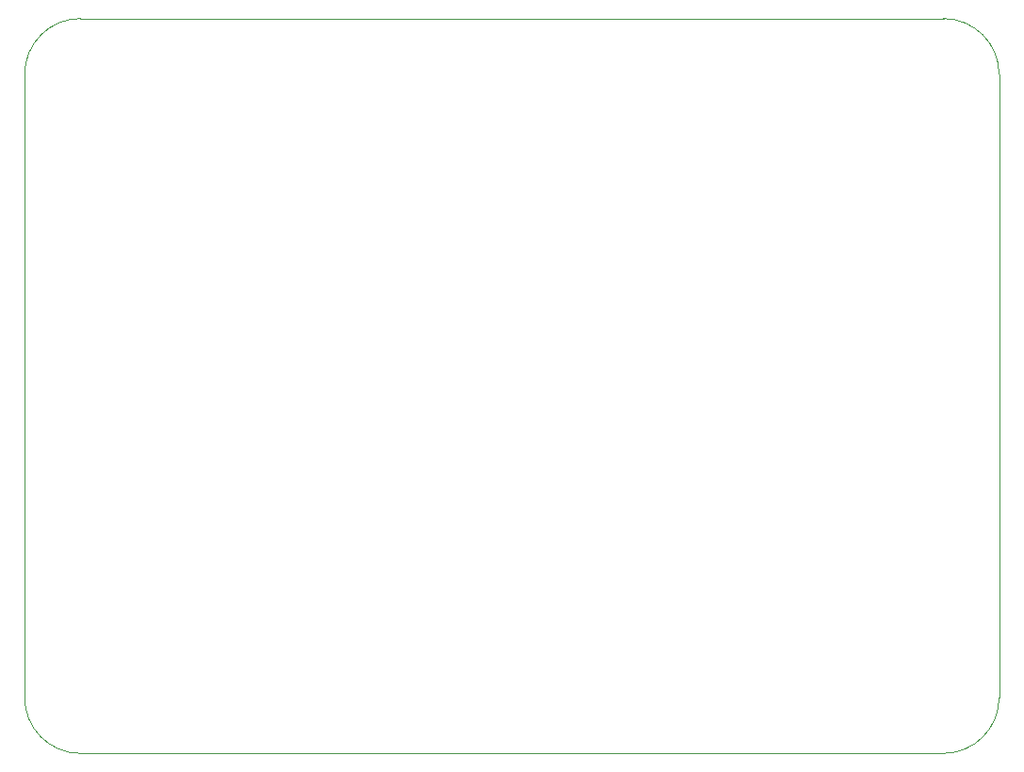
<source format=gbr>
%TF.GenerationSoftware,KiCad,Pcbnew,9.0.2*%
%TF.CreationDate,2025-07-04T18:03:36-03:00*%
%TF.ProjectId,pathfinder,70617468-6669-46e6-9465-722e6b696361,rev?*%
%TF.SameCoordinates,Original*%
%TF.FileFunction,Profile,NP*%
%FSLAX46Y46*%
G04 Gerber Fmt 4.6, Leading zero omitted, Abs format (unit mm)*
G04 Created by KiCad (PCBNEW 9.0.2) date 2025-07-04 18:03:36*
%MOMM*%
%LPD*%
G01*
G04 APERTURE LIST*
%TA.AperFunction,Profile*%
%ADD10C,0.050000*%
%TD*%
G04 APERTURE END LIST*
D10*
X94500000Y-130500000D02*
G75*
G02*
X89500000Y-125500000I0J5000000D01*
G01*
X172000000Y-130500000D02*
X94500000Y-130500000D01*
X172000000Y-64500000D02*
G75*
G02*
X177000000Y-69500000I0J-5000000D01*
G01*
X177000000Y-69500000D02*
X177000000Y-125500000D01*
X177000000Y-125500000D02*
G75*
G02*
X172000000Y-130500000I-5000000J0D01*
G01*
X89500000Y-125500000D02*
X89500000Y-69500000D01*
X89500000Y-69500000D02*
G75*
G02*
X94500000Y-64500000I5000000J0D01*
G01*
X94500000Y-64500000D02*
X172000000Y-64500000D01*
M02*

</source>
